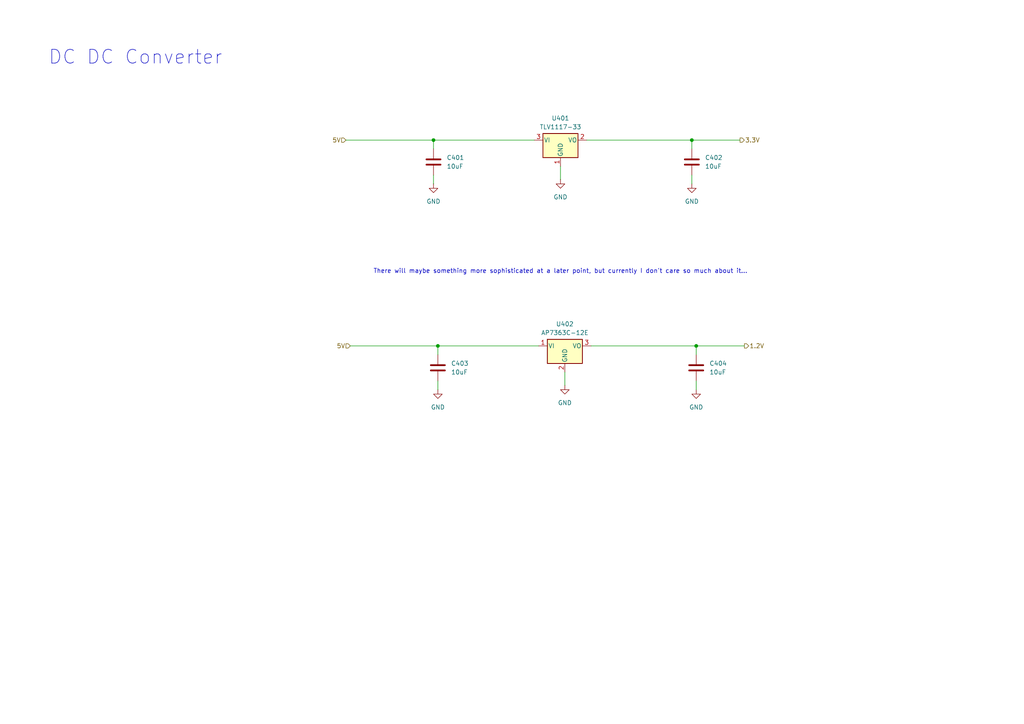
<source format=kicad_sch>
(kicad_sch (version 20231120) (generator "eeschema") (generator_version "8.0")
  (paper "A4")
  (title_block (title "USB3 Hub") (date "${date}") (rev "${revision}") (company "Fabian Pflug"))
  (lib_symbols
    (symbol "Device:C" (pin_numbers hide) (pin_names (offset 0.254))
      (property "Reference" "C" (at 0.635 2.54 0))
      (property "Value" "C" (at 0.635 -2.54 0))
      (symbol "C_0_1"
        (polyline (pts (xy -2.032 -0.762) (xy 2.032 -0.762)) (stroke (width 0.508)))
        (polyline (pts (xy -2.032 0.762) (xy 2.032 0.762)) (stroke (width 0.508)))
      )
      (symbol "C_1_1"
        (pin passive line (at 0 3.81 270) (length 2.794) (name "~") (number "1"))
        (pin passive line (at 0 -3.81 90) (length 2.794) (name "~") (number "2"))
      )
    )
    (symbol "Regulator_Linear:AP7361C-12E" (pin_names (offset 0.254))
      (property "Reference" "U" (at -3.81 3.175 0))
      (property "Value" "AP7361C-12E" (at 0 3.175 0))
      (symbol "AP7361C-12E_0_1"
        (rectangle (start -5.08 -5.08) (end 5.08 1.905) (stroke (width 0.254)) (fill (type background)))
      )
      (symbol "AP7361C-12E_1_1"
        (pin power_in line (at -7.62 0 0) (length 2.54) (name "VI") (number "1"))
        (pin power_in line (at 0 -7.62 90) (length 2.54) (name "GND") (number "2"))
        (pin power_out line (at 7.62 0 180) (length 2.54) (name "VO") (number "3"))
      )
    )
    (symbol "Regulator_Linear:TLV1117-33" (pin_names (offset 0.254))
      (property "Reference" "U" (at -3.81 3.175 0))
      (property "Value" "TLV1117-33" (at 0 3.175 0))
      (symbol "TLV1117-33_0_1"
        (rectangle (start -5.08 -5.08) (end 5.08 1.905) (stroke (width 0.254)) (fill (type background)))
      )
      (symbol "TLV1117-33_1_1"
        (pin power_in line (at 0 -7.62 90) (length 2.54) (name "GND") (number "1"))
        (pin power_out line (at 7.62 0 180) (length 2.54) (name "VO") (number "2"))
        (pin power_in line (at -7.62 0 0) (length 2.54) (name "VI") (number "3"))
      )
    )
    (symbol "power:GND" (power) (pin_numbers hide) (pin_names (offset 0) hide)
      (property "Value" "GND" (at 0 -3.81 0))
      (symbol "GND_0_1"
        (polyline (pts (xy 0 0) (xy 0 -1.27) (xy 1.27 -1.27) (xy 0 -2.54) (xy -1.27 -1.27) (xy 0 -1.27)))
      )
      (symbol "GND_1_1"
        (pin power_in line (at 0 0 270) (length 0) (name "~") (number "1"))
      )
    )
  )
  (junction (at 127 100.33))
  (junction (at 201.93 100.33))
  (junction (at 125.73 40.64))
  (junction (at 200.66 40.64))
  (wire (pts (xy 170.18 40.64) (xy 200.66 40.64)))
  (wire (pts (xy 101.6 100.33) (xy 127 100.33)))
  (wire (pts (xy 162.56 48.26) (xy 162.56 52.07)))
  (wire (pts (xy 200.66 50.8) (xy 200.66 53.34)))
  (wire (pts (xy 200.66 40.64) (xy 200.66 43.18)))
  (wire (pts (xy 201.93 100.33) (xy 201.93 102.87)))
  (wire (pts (xy 171.45 100.33) (xy 201.93 100.33)))
  (wire (pts (xy 100.33 40.64) (xy 125.73 40.64)))
  (wire (pts (xy 156.21 100.33) (xy 127 100.33)))
  (wire (pts (xy 127 110.49) (xy 127 113.03)))
  (wire (pts (xy 201.93 100.33) (xy 215.9 100.33)))
  (wire (pts (xy 163.83 107.95) (xy 163.83 111.76)))
  (wire (pts (xy 127 100.33) (xy 127 102.87)))
  (wire (pts (xy 200.66 40.64) (xy 214.63 40.64)))
  (wire (pts (xy 125.73 50.8) (xy 125.73 53.34)))
  (wire (pts (xy 154.94 40.64) (xy 125.73 40.64)))
  (wire (pts (xy 125.73 40.64) (xy 125.73 43.18)))
  (wire (pts (xy 201.93 110.49) (xy 201.93 113.03)))
  (text "There will maybe something more sophisticated at a later point, but currently I don't care so much about it..." (at 162.56 78.74 0) (effects (font (size 1.27 1.27))))
  (text "DC DC Converter" (at 13.97 19.05 0) (effects (font (size 4 4)) (justify left bottom)))
  (hierarchical_label "3.3V" (shape output) (at 214.63 40.64 0))
  (hierarchical_label "1.2V" (shape output) (at 215.9 100.33 0))
  (hierarchical_label "5V" (shape input) (at 101.6 100.33 180))
  (hierarchical_label "5V" (shape input) (at 100.33 40.64 180))
  (symbol (lib_id "power:GND") (at 200.66 53.34 0) (unit 1)
    (property "Reference" "#PWR0403" (effects (hide yes)))
    (property "Value" "GND" (at 200.66 58.42 0))
    (property "Description" "Power symbol creates a global label with name \"GND\" , ground" (effects (hide yes)))
  )
  (symbol (lib_id "Regulator_Linear:TLV1117-33") (at 162.56 40.64 0) (unit 1)
    (property "Reference" "U401" (at 162.56 34.29 0))
    (property "Value" "TLV1117-33" (at 162.56 36.83 0))
    (property "Footprint" "Package_TO_SOT_SMD:SOT-223-3_TabPin2" (effects (hide yes)))
    (property "Datasheet" "http://www.ti.com/lit/ds/symlink/tlv1117.pdf" (effects (hide yes)))
    (property "Description" "800mA Low-Dropout Linear Regulator, 3.3V fixed output, TO-220/TO-252/TO-263/SOT-223" (effects (hide yes)))
  )
  (symbol (lib_id "Device:C") (at 200.66 46.99 0) (unit 1)
    (property "Reference" "C402" (at 204.47 45.7199 0) (effects (justify left)))
    (property "Value" "10uF" (at 204.47 48.2599 0) (effects (justify left)))
    (property "Footprint" "Capacitor_SMD:C_0805_2012Metric" (effects (hide yes)))
    (property "Description" "Unpolarized capacitor" (effects (hide yes)))
  )
  (symbol (lib_id "power:GND") (at 127 113.03 0) (unit 1)
    (property "Reference" "#PWR0405" (effects (hide yes)))
    (property "Value" "GND" (at 127 118.11 0))
    (property "Description" "Power symbol creates a global label with name \"GND\" , ground" (effects (hide yes)))
  )
  (symbol (lib_id "Device:C") (at 127 106.68 0) (unit 1)
    (property "Reference" "C403" (at 130.81 105.4099 0) (effects (justify left)))
    (property "Value" "10uF" (at 130.81 107.9499 0) (effects (justify left)))
    (property "Footprint" "Capacitor_SMD:C_0805_2012Metric" (effects (hide yes)))
    (property "Description" "Unpolarized capacitor" (effects (hide yes)))
  )
  (symbol (lib_id "Regulator_Linear:AP7361C-12E") (at 163.83 100.33 0) (unit 1)
    (property "Reference" "U402" (at 163.83 93.98 0))
    (property "Value" "AP7363C-12E" (at 163.83 96.52 0))
    (property "Footprint" "Package_TO_SOT_SMD:SOT-223-3_TabPin2" (effects (hide yes)))
    (property "Datasheet" "https://www.diodes.com/assets/Datasheets/AP7361C.pdf" (effects (hide yes)))
    (property "Description" "1A Low Dropout regulator, positive, 1.2V fixed output, SOT-223" (effects (hide yes)))
  )
  (symbol (lib_id "power:GND") (at 162.56 52.07 0) (unit 1)
    (property "Reference" "#PWR0401" (effects (hide yes)))
    (property "Value" "GND" (at 162.56 57.15 0))
    (property "Description" "Power symbol creates a global label with name \"GND\" , ground" (effects (hide yes)))
  )
  (symbol (lib_id "power:GND") (at 125.73 53.34 0) (unit 1)
    (property "Reference" "#PWR0402" (effects (hide yes)))
    (property "Value" "GND" (at 125.73 58.42 0))
    (property "Description" "Power symbol creates a global label with name \"GND\" , ground" (effects (hide yes)))
  )
  (symbol (lib_id "Device:C") (at 201.93 106.68 0) (unit 1)
    (property "Reference" "C404" (at 205.74 105.4099 0) (effects (justify left)))
    (property "Value" "10uF" (at 205.74 107.9499 0) (effects (justify left)))
    (property "Footprint" "Capacitor_SMD:C_0805_2012Metric" (effects (hide yes)))
    (property "Description" "Unpolarized capacitor" (effects (hide yes)))
  )
  (symbol (lib_id "Device:C") (at 125.73 46.99 0) (unit 1)
    (property "Reference" "C401" (at 129.54 45.7199 0) (effects (justify left)))
    (property "Value" "10uF" (at 129.54 48.2599 0) (effects (justify left)))
    (property "Footprint" "Capacitor_SMD:C_0805_2012Metric" (effects (hide yes)))
    (property "Description" "Unpolarized capacitor" (effects (hide yes)))
  )
  (symbol (lib_id "power:GND") (at 201.93 113.03 0) (unit 1)
    (property "Reference" "#PWR0406" (effects (hide yes)))
    (property "Value" "GND" (at 201.93 118.11 0))
    (property "Description" "Power symbol creates a global label with name \"GND\" , ground" (effects (hide yes)))
  )
  (symbol (lib_id "power:GND") (at 163.83 111.76 0) (unit 1)
    (property "Reference" "#PWR0404" (effects (hide yes)))
    (property "Value" "GND" (at 163.83 116.84 0))
    (property "Description" "Power symbol creates a global label with name \"GND\" , ground" (effects (hide yes)))
  )
)
</source>
